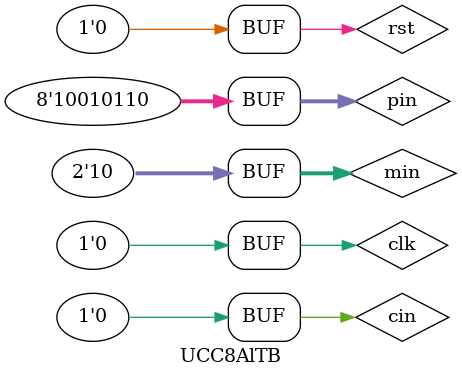
<source format=sv>
`timescale 1ns/1ns

module UCC8AlTB ();
    logic cin,clk,rst;
    logic [1:0] min;
    logic [7:0] pin;
    wire [7:0] fout;
    wire [1:0] mout;
    wire cout;
    UCC8always uut (fout,cout,mout,cin,rst,clk,min);
    initial begin
        rst = 1;
        clk = 0;
        min = 2'b0;
        cin = 0;
        repeat (5) #400 clk=~clk;
        min = 2'b11;
        pin = 8'b10010110;
        rst = 0;
        repeat (5) #400 clk=~clk;
        min = 2'b01;
        repeat (5) #400 clk=~clk;
        cin = 1;
        repeat (10) #400 clk=~clk;
        min = 2'b10;
        repeat (10) #400 clk=~clk;
        cin = 0;
        repeat (5) #400 clk=~clk;
    end
endmodule
</source>
